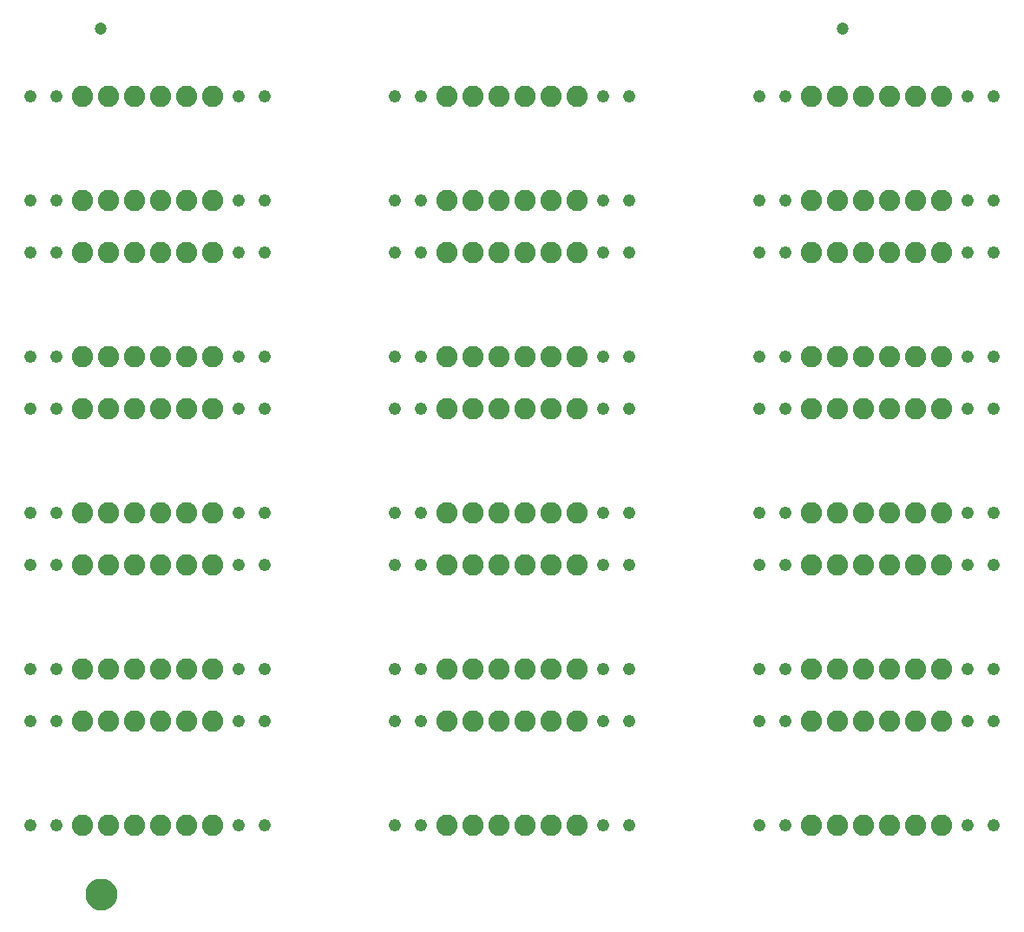
<source format=gbs>
G75*
%MOIN*%
%OFA0B0*%
%FSLAX25Y25*%
%IPPOS*%
%LPD*%
%AMOC8*
5,1,8,0,0,1.08239X$1,22.5*
%
%ADD10C,0.04800*%
%ADD11C,0.08200*%
%ADD12C,0.04737*%
%ADD13C,0.05000*%
%ADD14C,0.06706*%
D10*
X0054500Y0077000D03*
X0064500Y0077000D03*
X0064500Y0117000D03*
X0054500Y0117000D03*
X0054500Y0137000D03*
X0064500Y0137000D03*
X0064500Y0177000D03*
X0054500Y0177000D03*
X0054500Y0197000D03*
X0064500Y0197000D03*
X0064500Y0237000D03*
X0054500Y0237000D03*
X0054500Y0257000D03*
X0064500Y0257000D03*
X0064500Y0297000D03*
X0054500Y0297000D03*
X0054500Y0317000D03*
X0064500Y0317000D03*
X0064500Y0357000D03*
X0054500Y0357000D03*
X0134500Y0357000D03*
X0144500Y0357000D03*
X0144500Y0317000D03*
X0134500Y0317000D03*
X0134500Y0297000D03*
X0144500Y0297000D03*
X0144500Y0257000D03*
X0134500Y0257000D03*
X0134500Y0237000D03*
X0144500Y0237000D03*
X0144500Y0197000D03*
X0134500Y0197000D03*
X0134500Y0177000D03*
X0144500Y0177000D03*
X0144500Y0137000D03*
X0134500Y0137000D03*
X0134500Y0117000D03*
X0144500Y0117000D03*
X0144500Y0077000D03*
X0134500Y0077000D03*
X0194500Y0077000D03*
X0204500Y0077000D03*
X0204500Y0117000D03*
X0194500Y0117000D03*
X0194500Y0137000D03*
X0204500Y0137000D03*
X0204500Y0177000D03*
X0194500Y0177000D03*
X0194500Y0197000D03*
X0204500Y0197000D03*
X0204500Y0237000D03*
X0194500Y0237000D03*
X0194500Y0257000D03*
X0204500Y0257000D03*
X0204500Y0297000D03*
X0194500Y0297000D03*
X0194500Y0317000D03*
X0204500Y0317000D03*
X0204500Y0357000D03*
X0194500Y0357000D03*
X0274500Y0357000D03*
X0284500Y0357000D03*
X0284500Y0317000D03*
X0274500Y0317000D03*
X0274500Y0297000D03*
X0284500Y0297000D03*
X0284500Y0257000D03*
X0274500Y0257000D03*
X0274500Y0237000D03*
X0284500Y0237000D03*
X0284500Y0197000D03*
X0274500Y0197000D03*
X0274500Y0177000D03*
X0284500Y0177000D03*
X0284500Y0137000D03*
X0274500Y0137000D03*
X0274500Y0117000D03*
X0284500Y0117000D03*
X0284500Y0077000D03*
X0274500Y0077000D03*
X0334500Y0077000D03*
X0344500Y0077000D03*
X0344500Y0117000D03*
X0334500Y0117000D03*
X0334500Y0137000D03*
X0344500Y0137000D03*
X0344500Y0177000D03*
X0334500Y0177000D03*
X0334500Y0197000D03*
X0344500Y0197000D03*
X0344500Y0237000D03*
X0334500Y0237000D03*
X0334500Y0257000D03*
X0344500Y0257000D03*
X0344500Y0297000D03*
X0334500Y0297000D03*
X0334500Y0317000D03*
X0344500Y0317000D03*
X0344500Y0357000D03*
X0334500Y0357000D03*
X0414500Y0357000D03*
X0424500Y0357000D03*
X0424500Y0317000D03*
X0414500Y0317000D03*
X0414500Y0297000D03*
X0424500Y0297000D03*
X0424500Y0257000D03*
X0414500Y0257000D03*
X0414500Y0237000D03*
X0424500Y0237000D03*
X0424500Y0197000D03*
X0414500Y0197000D03*
X0414500Y0177000D03*
X0424500Y0177000D03*
X0424500Y0137000D03*
X0414500Y0137000D03*
X0414500Y0117000D03*
X0424500Y0117000D03*
X0424500Y0077000D03*
X0414500Y0077000D03*
D11*
X0404500Y0077000D03*
X0394500Y0077000D03*
X0384500Y0077000D03*
X0374500Y0077000D03*
X0364500Y0077000D03*
X0354500Y0077000D03*
X0354500Y0117000D03*
X0364500Y0117000D03*
X0374500Y0117000D03*
X0384500Y0117000D03*
X0394500Y0117000D03*
X0404500Y0117000D03*
X0404500Y0137000D03*
X0394500Y0137000D03*
X0384500Y0137000D03*
X0374500Y0137000D03*
X0364500Y0137000D03*
X0354500Y0137000D03*
X0354500Y0177000D03*
X0364500Y0177000D03*
X0374500Y0177000D03*
X0384500Y0177000D03*
X0394500Y0177000D03*
X0404500Y0177000D03*
X0404500Y0197000D03*
X0394500Y0197000D03*
X0384500Y0197000D03*
X0374500Y0197000D03*
X0364500Y0197000D03*
X0354500Y0197000D03*
X0354500Y0237000D03*
X0364500Y0237000D03*
X0374500Y0237000D03*
X0384500Y0237000D03*
X0394500Y0237000D03*
X0404500Y0237000D03*
X0404500Y0257000D03*
X0394500Y0257000D03*
X0384500Y0257000D03*
X0374500Y0257000D03*
X0364500Y0257000D03*
X0354500Y0257000D03*
X0354500Y0297000D03*
X0364500Y0297000D03*
X0374500Y0297000D03*
X0384500Y0297000D03*
X0394500Y0297000D03*
X0404500Y0297000D03*
X0404500Y0317000D03*
X0394500Y0317000D03*
X0384500Y0317000D03*
X0374500Y0317000D03*
X0364500Y0317000D03*
X0354500Y0317000D03*
X0354500Y0357000D03*
X0364500Y0357000D03*
X0374500Y0357000D03*
X0384500Y0357000D03*
X0394500Y0357000D03*
X0404500Y0357000D03*
X0264500Y0357000D03*
X0254500Y0357000D03*
X0244500Y0357000D03*
X0234500Y0357000D03*
X0224500Y0357000D03*
X0214500Y0357000D03*
X0214500Y0317000D03*
X0224500Y0317000D03*
X0234500Y0317000D03*
X0244500Y0317000D03*
X0254500Y0317000D03*
X0264500Y0317000D03*
X0264500Y0297000D03*
X0254500Y0297000D03*
X0244500Y0297000D03*
X0234500Y0297000D03*
X0224500Y0297000D03*
X0214500Y0297000D03*
X0214500Y0257000D03*
X0224500Y0257000D03*
X0234500Y0257000D03*
X0244500Y0257000D03*
X0254500Y0257000D03*
X0264500Y0257000D03*
X0264500Y0237000D03*
X0254500Y0237000D03*
X0244500Y0237000D03*
X0234500Y0237000D03*
X0224500Y0237000D03*
X0214500Y0237000D03*
X0214500Y0197000D03*
X0224500Y0197000D03*
X0234500Y0197000D03*
X0244500Y0197000D03*
X0254500Y0197000D03*
X0264500Y0197000D03*
X0264500Y0177000D03*
X0254500Y0177000D03*
X0244500Y0177000D03*
X0234500Y0177000D03*
X0224500Y0177000D03*
X0214500Y0177000D03*
X0214500Y0137000D03*
X0224500Y0137000D03*
X0234500Y0137000D03*
X0244500Y0137000D03*
X0254500Y0137000D03*
X0264500Y0137000D03*
X0264500Y0117000D03*
X0254500Y0117000D03*
X0244500Y0117000D03*
X0234500Y0117000D03*
X0224500Y0117000D03*
X0214500Y0117000D03*
X0214500Y0077000D03*
X0224500Y0077000D03*
X0234500Y0077000D03*
X0244500Y0077000D03*
X0254500Y0077000D03*
X0264500Y0077000D03*
X0124500Y0077000D03*
X0114500Y0077000D03*
X0104500Y0077000D03*
X0094500Y0077000D03*
X0084500Y0077000D03*
X0074500Y0077000D03*
X0074500Y0117000D03*
X0084500Y0117000D03*
X0094500Y0117000D03*
X0104500Y0117000D03*
X0114500Y0117000D03*
X0124500Y0117000D03*
X0124500Y0137000D03*
X0114500Y0137000D03*
X0104500Y0137000D03*
X0094500Y0137000D03*
X0084500Y0137000D03*
X0074500Y0137000D03*
X0074500Y0177000D03*
X0084500Y0177000D03*
X0094500Y0177000D03*
X0104500Y0177000D03*
X0114500Y0177000D03*
X0124500Y0177000D03*
X0124500Y0197000D03*
X0114500Y0197000D03*
X0104500Y0197000D03*
X0094500Y0197000D03*
X0084500Y0197000D03*
X0074500Y0197000D03*
X0074500Y0237000D03*
X0084500Y0237000D03*
X0094500Y0237000D03*
X0104500Y0237000D03*
X0114500Y0237000D03*
X0124500Y0237000D03*
X0124500Y0257000D03*
X0114500Y0257000D03*
X0104500Y0257000D03*
X0094500Y0257000D03*
X0084500Y0257000D03*
X0074500Y0257000D03*
X0074500Y0297000D03*
X0084500Y0297000D03*
X0094500Y0297000D03*
X0104500Y0297000D03*
X0114500Y0297000D03*
X0124500Y0297000D03*
X0124500Y0317000D03*
X0114500Y0317000D03*
X0104500Y0317000D03*
X0094500Y0317000D03*
X0084500Y0317000D03*
X0074500Y0317000D03*
X0074500Y0357000D03*
X0084500Y0357000D03*
X0094500Y0357000D03*
X0104500Y0357000D03*
X0114500Y0357000D03*
X0124500Y0357000D03*
D12*
X0081500Y0383250D03*
X0366500Y0383250D03*
D13*
X0077935Y0050750D02*
X0077937Y0050869D01*
X0077943Y0050988D01*
X0077953Y0051107D01*
X0077967Y0051225D01*
X0077985Y0051343D01*
X0078006Y0051460D01*
X0078032Y0051576D01*
X0078062Y0051692D01*
X0078095Y0051806D01*
X0078132Y0051919D01*
X0078173Y0052031D01*
X0078218Y0052142D01*
X0078266Y0052251D01*
X0078318Y0052358D01*
X0078374Y0052463D01*
X0078433Y0052567D01*
X0078495Y0052668D01*
X0078561Y0052768D01*
X0078630Y0052865D01*
X0078702Y0052959D01*
X0078778Y0053052D01*
X0078856Y0053141D01*
X0078937Y0053228D01*
X0079022Y0053313D01*
X0079109Y0053394D01*
X0079198Y0053472D01*
X0079291Y0053548D01*
X0079385Y0053620D01*
X0079482Y0053689D01*
X0079582Y0053755D01*
X0079683Y0053817D01*
X0079787Y0053876D01*
X0079892Y0053932D01*
X0079999Y0053984D01*
X0080108Y0054032D01*
X0080219Y0054077D01*
X0080331Y0054118D01*
X0080444Y0054155D01*
X0080558Y0054188D01*
X0080674Y0054218D01*
X0080790Y0054244D01*
X0080907Y0054265D01*
X0081025Y0054283D01*
X0081143Y0054297D01*
X0081262Y0054307D01*
X0081381Y0054313D01*
X0081500Y0054315D01*
X0081619Y0054313D01*
X0081738Y0054307D01*
X0081857Y0054297D01*
X0081975Y0054283D01*
X0082093Y0054265D01*
X0082210Y0054244D01*
X0082326Y0054218D01*
X0082442Y0054188D01*
X0082556Y0054155D01*
X0082669Y0054118D01*
X0082781Y0054077D01*
X0082892Y0054032D01*
X0083001Y0053984D01*
X0083108Y0053932D01*
X0083213Y0053876D01*
X0083317Y0053817D01*
X0083418Y0053755D01*
X0083518Y0053689D01*
X0083615Y0053620D01*
X0083709Y0053548D01*
X0083802Y0053472D01*
X0083891Y0053394D01*
X0083978Y0053313D01*
X0084063Y0053228D01*
X0084144Y0053141D01*
X0084222Y0053052D01*
X0084298Y0052959D01*
X0084370Y0052865D01*
X0084439Y0052768D01*
X0084505Y0052668D01*
X0084567Y0052567D01*
X0084626Y0052463D01*
X0084682Y0052358D01*
X0084734Y0052251D01*
X0084782Y0052142D01*
X0084827Y0052031D01*
X0084868Y0051919D01*
X0084905Y0051806D01*
X0084938Y0051692D01*
X0084968Y0051576D01*
X0084994Y0051460D01*
X0085015Y0051343D01*
X0085033Y0051225D01*
X0085047Y0051107D01*
X0085057Y0050988D01*
X0085063Y0050869D01*
X0085065Y0050750D01*
X0085063Y0050631D01*
X0085057Y0050512D01*
X0085047Y0050393D01*
X0085033Y0050275D01*
X0085015Y0050157D01*
X0084994Y0050040D01*
X0084968Y0049924D01*
X0084938Y0049808D01*
X0084905Y0049694D01*
X0084868Y0049581D01*
X0084827Y0049469D01*
X0084782Y0049358D01*
X0084734Y0049249D01*
X0084682Y0049142D01*
X0084626Y0049037D01*
X0084567Y0048933D01*
X0084505Y0048832D01*
X0084439Y0048732D01*
X0084370Y0048635D01*
X0084298Y0048541D01*
X0084222Y0048448D01*
X0084144Y0048359D01*
X0084063Y0048272D01*
X0083978Y0048187D01*
X0083891Y0048106D01*
X0083802Y0048028D01*
X0083709Y0047952D01*
X0083615Y0047880D01*
X0083518Y0047811D01*
X0083418Y0047745D01*
X0083317Y0047683D01*
X0083213Y0047624D01*
X0083108Y0047568D01*
X0083001Y0047516D01*
X0082892Y0047468D01*
X0082781Y0047423D01*
X0082669Y0047382D01*
X0082556Y0047345D01*
X0082442Y0047312D01*
X0082326Y0047282D01*
X0082210Y0047256D01*
X0082093Y0047235D01*
X0081975Y0047217D01*
X0081857Y0047203D01*
X0081738Y0047193D01*
X0081619Y0047187D01*
X0081500Y0047185D01*
X0081381Y0047187D01*
X0081262Y0047193D01*
X0081143Y0047203D01*
X0081025Y0047217D01*
X0080907Y0047235D01*
X0080790Y0047256D01*
X0080674Y0047282D01*
X0080558Y0047312D01*
X0080444Y0047345D01*
X0080331Y0047382D01*
X0080219Y0047423D01*
X0080108Y0047468D01*
X0079999Y0047516D01*
X0079892Y0047568D01*
X0079787Y0047624D01*
X0079683Y0047683D01*
X0079582Y0047745D01*
X0079482Y0047811D01*
X0079385Y0047880D01*
X0079291Y0047952D01*
X0079198Y0048028D01*
X0079109Y0048106D01*
X0079022Y0048187D01*
X0078937Y0048272D01*
X0078856Y0048359D01*
X0078778Y0048448D01*
X0078702Y0048541D01*
X0078630Y0048635D01*
X0078561Y0048732D01*
X0078495Y0048832D01*
X0078433Y0048933D01*
X0078374Y0049037D01*
X0078318Y0049142D01*
X0078266Y0049249D01*
X0078218Y0049358D01*
X0078173Y0049469D01*
X0078132Y0049581D01*
X0078095Y0049694D01*
X0078062Y0049808D01*
X0078032Y0049924D01*
X0078006Y0050040D01*
X0077985Y0050157D01*
X0077967Y0050275D01*
X0077953Y0050393D01*
X0077943Y0050512D01*
X0077937Y0050631D01*
X0077935Y0050750D01*
D14*
X0081500Y0050750D03*
M02*

</source>
